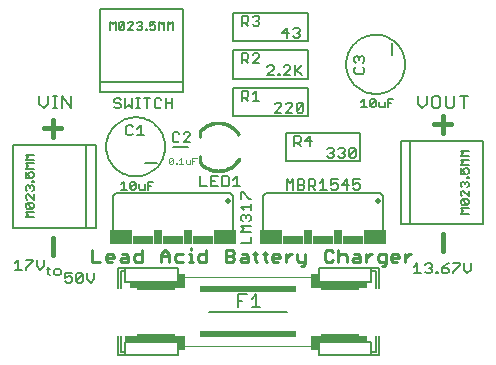
<source format=gto>
G75*
%MOIN*%
%OFA0B0*%
%FSLAX24Y24*%
%IPPOS*%
%LPD*%
%AMOC8*
5,1,8,0,0,1.08239X$1,22.5*
%
%ADD10C,0.0150*%
%ADD11C,0.0100*%
%ADD12C,0.0060*%
%ADD13C,0.0200*%
%ADD14R,0.0750X0.0500*%
%ADD15R,0.0700X0.0300*%
%ADD16R,0.0300X0.0500*%
%ADD17C,0.0080*%
%ADD18C,0.0040*%
%ADD19C,0.0050*%
%ADD20C,0.0010*%
%ADD21C,0.0020*%
%ADD22R,0.0250X0.0450*%
%ADD23R,0.1750X0.0200*%
%ADD24R,0.3200X0.0200*%
%ADD25R,0.1250X0.0050*%
%ADD26R,0.1600X0.0200*%
D10*
X001680Y003834D02*
X001680Y004401D01*
X001664Y007772D02*
X001664Y008339D01*
X001947Y008055D02*
X001380Y008055D01*
X014380Y008180D02*
X014947Y008180D01*
X014664Y008464D02*
X014664Y007897D01*
X014680Y004526D02*
X014680Y003959D01*
D11*
X013616Y003872D02*
X013549Y003872D01*
X013416Y003738D01*
X013416Y003605D02*
X013416Y003872D01*
X013222Y003805D02*
X013222Y003738D01*
X012955Y003738D01*
X012955Y003672D02*
X012955Y003805D01*
X013022Y003872D01*
X013155Y003872D01*
X013222Y003805D01*
X013155Y003605D02*
X013022Y003605D01*
X012955Y003672D01*
X012762Y003605D02*
X012561Y003605D01*
X012495Y003672D01*
X012495Y003805D01*
X012561Y003872D01*
X012762Y003872D01*
X012762Y003538D01*
X012695Y003472D01*
X012628Y003472D01*
X012311Y003872D02*
X012245Y003872D01*
X012111Y003738D01*
X012111Y003605D02*
X012111Y003872D01*
X011918Y003805D02*
X011918Y003605D01*
X011717Y003605D01*
X011651Y003672D01*
X011717Y003738D01*
X011918Y003738D01*
X011918Y003805D02*
X011851Y003872D01*
X011717Y003872D01*
X011457Y003805D02*
X011457Y003605D01*
X011457Y003805D02*
X011391Y003872D01*
X011257Y003872D01*
X011190Y003805D01*
X011190Y004005D02*
X011190Y003605D01*
X010997Y003672D02*
X010930Y003605D01*
X010797Y003605D01*
X010730Y003672D01*
X010730Y003939D01*
X010797Y004005D01*
X010930Y004005D01*
X010997Y003939D01*
X010076Y003872D02*
X010076Y003538D01*
X010009Y003472D01*
X009943Y003472D01*
X009876Y003605D02*
X009809Y003672D01*
X009809Y003872D01*
X009626Y003872D02*
X009559Y003872D01*
X009425Y003738D01*
X009425Y003605D02*
X009425Y003872D01*
X009232Y003805D02*
X009232Y003738D01*
X008965Y003738D01*
X008965Y003672D02*
X008965Y003805D01*
X009032Y003872D01*
X009165Y003872D01*
X009232Y003805D01*
X009165Y003605D02*
X009032Y003605D01*
X008965Y003672D01*
X008792Y003605D02*
X008725Y003672D01*
X008725Y003939D01*
X008658Y003872D02*
X008792Y003872D01*
X008485Y003872D02*
X008351Y003872D01*
X008418Y003939D02*
X008418Y003672D01*
X008485Y003605D01*
X008158Y003605D02*
X007958Y003605D01*
X007891Y003672D01*
X007958Y003738D01*
X008158Y003738D01*
X008158Y003805D02*
X008158Y003605D01*
X008158Y003805D02*
X008091Y003872D01*
X007958Y003872D01*
X007697Y003872D02*
X007631Y003805D01*
X007430Y003805D01*
X007430Y003605D02*
X007631Y003605D01*
X007697Y003672D01*
X007697Y003738D01*
X007631Y003805D01*
X007697Y003872D02*
X007697Y003939D01*
X007631Y004005D01*
X007430Y004005D01*
X007430Y003605D01*
X006777Y003605D02*
X006576Y003605D01*
X006510Y003672D01*
X006510Y003805D01*
X006576Y003872D01*
X006777Y003872D01*
X006777Y004005D02*
X006777Y003605D01*
X006336Y003605D02*
X006203Y003605D01*
X006269Y003605D02*
X006269Y003872D01*
X006203Y003872D01*
X006269Y004005D02*
X006269Y004072D01*
X006009Y003872D02*
X005809Y003872D01*
X005742Y003805D01*
X005742Y003672D01*
X005809Y003605D01*
X006009Y003605D01*
X005549Y003605D02*
X005549Y003872D01*
X005415Y004005D01*
X005282Y003872D01*
X005282Y003605D01*
X005282Y003805D02*
X005549Y003805D01*
X004628Y003872D02*
X004428Y003872D01*
X004361Y003805D01*
X004361Y003672D01*
X004428Y003605D01*
X004628Y003605D01*
X004628Y004005D01*
X004168Y003805D02*
X004168Y003605D01*
X003968Y003605D01*
X003901Y003672D01*
X003968Y003738D01*
X004168Y003738D01*
X004168Y003805D02*
X004101Y003872D01*
X003968Y003872D01*
X003707Y003805D02*
X003707Y003738D01*
X003440Y003738D01*
X003440Y003672D02*
X003440Y003805D01*
X003507Y003872D01*
X003641Y003872D01*
X003707Y003805D01*
X003641Y003605D02*
X003507Y003605D01*
X003440Y003672D01*
X003247Y003605D02*
X002980Y003605D01*
X002980Y004005D01*
X006560Y006920D02*
X006560Y007120D01*
X006560Y007760D02*
X006560Y007940D01*
X009876Y003605D02*
X010076Y003605D01*
D12*
X002142Y002898D02*
X002085Y002954D01*
X002142Y002898D02*
X002255Y002898D01*
X002312Y002954D01*
X002312Y003068D01*
X002255Y003124D01*
X002198Y003124D01*
X002085Y003068D01*
X002085Y003238D01*
X002312Y003238D01*
X002453Y003181D02*
X002510Y003238D01*
X002623Y003238D01*
X002680Y003181D01*
X002453Y002954D01*
X002510Y002898D01*
X002623Y002898D01*
X002680Y002954D01*
X002680Y003181D01*
X002822Y003238D02*
X002822Y003011D01*
X002935Y002898D01*
X003048Y003011D01*
X003048Y003238D01*
X002453Y003181D02*
X002453Y002954D01*
X001932Y003204D02*
X001932Y003318D01*
X001876Y003374D01*
X001762Y003374D01*
X001706Y003318D01*
X001706Y003204D01*
X001762Y003148D01*
X001876Y003148D01*
X001932Y003204D01*
X001573Y003148D02*
X001517Y003204D01*
X001517Y003431D01*
X001573Y003374D02*
X001460Y003374D01*
X001361Y003448D02*
X001361Y003675D01*
X001361Y003448D02*
X001248Y003335D01*
X001134Y003448D01*
X001134Y003675D01*
X000993Y003675D02*
X000993Y003619D01*
X000766Y003392D01*
X000766Y003335D01*
X000624Y003335D02*
X000398Y003335D01*
X000511Y003335D02*
X000511Y003675D01*
X000398Y003562D01*
X000766Y003675D02*
X000993Y003675D01*
X003680Y004630D02*
X003680Y005780D01*
X003780Y005880D01*
X007580Y005880D01*
X007680Y005780D01*
X007680Y004630D01*
X007940Y004578D02*
X008053Y004692D01*
X007940Y004805D01*
X008280Y004805D01*
X008280Y004578D02*
X007940Y004578D01*
X008280Y004437D02*
X008280Y004210D01*
X007940Y004210D01*
X008680Y004630D02*
X008680Y005780D01*
X008780Y005880D01*
X012580Y005880D01*
X012680Y005780D01*
X012680Y004630D01*
X013823Y003550D02*
X013823Y003210D01*
X013710Y003210D02*
X013937Y003210D01*
X014078Y003267D02*
X014135Y003210D01*
X014248Y003210D01*
X014305Y003267D01*
X014305Y003323D01*
X014248Y003380D01*
X014192Y003380D01*
X014248Y003380D02*
X014305Y003437D01*
X014305Y003494D01*
X014248Y003550D01*
X014135Y003550D01*
X014078Y003494D01*
X013823Y003550D02*
X013710Y003437D01*
X014447Y003267D02*
X014447Y003210D01*
X014503Y003210D01*
X014503Y003267D01*
X014447Y003267D01*
X014631Y003267D02*
X014688Y003210D01*
X014801Y003210D01*
X014858Y003267D01*
X014858Y003323D01*
X014801Y003380D01*
X014631Y003380D01*
X014631Y003267D01*
X014631Y003380D02*
X014744Y003494D01*
X014858Y003550D01*
X014999Y003550D02*
X015226Y003550D01*
X015226Y003494D01*
X014999Y003267D01*
X014999Y003210D01*
X015367Y003323D02*
X015481Y003210D01*
X015594Y003323D01*
X015594Y003550D01*
X015367Y003550D02*
X015367Y003323D01*
X012530Y003380D02*
X012530Y002730D01*
X012430Y002730D02*
X012430Y003280D01*
X012280Y003280D01*
X012280Y002930D01*
X010530Y002930D01*
X010530Y003380D01*
X012280Y003380D01*
X012530Y003380D01*
X012280Y003380D02*
X012280Y003280D01*
X012430Y001130D02*
X012430Y000580D01*
X012280Y000580D01*
X012280Y000930D01*
X010530Y000930D01*
X010530Y000480D01*
X012280Y000480D01*
X012530Y000480D01*
X012530Y001130D01*
X012280Y000580D02*
X012280Y000480D01*
X009480Y001930D02*
X006880Y001930D01*
X005830Y000930D02*
X005830Y000480D01*
X004080Y000480D01*
X003830Y000480D01*
X003830Y001130D01*
X003930Y001130D02*
X003930Y000580D01*
X004080Y000580D01*
X004080Y000930D01*
X005830Y000930D01*
X004080Y000580D02*
X004080Y000480D01*
X003930Y002730D02*
X003930Y003280D01*
X004080Y003280D01*
X004080Y002930D01*
X005830Y002930D01*
X005830Y003380D01*
X004080Y003380D01*
X003830Y003380D01*
X003830Y002730D01*
X004080Y003280D02*
X004080Y003380D01*
X006585Y006110D02*
X006812Y006110D01*
X006953Y006110D02*
X007180Y006110D01*
X007322Y006110D02*
X007492Y006110D01*
X007548Y006167D01*
X007548Y006394D01*
X007492Y006450D01*
X007322Y006450D01*
X007322Y006110D01*
X007067Y006280D02*
X006953Y006280D01*
X006953Y006450D02*
X006953Y006110D01*
X006585Y006110D02*
X006585Y006450D01*
X006953Y006450D02*
X007180Y006450D01*
X007690Y006337D02*
X007803Y006450D01*
X007803Y006110D01*
X007690Y006110D02*
X007917Y006110D01*
X007940Y005910D02*
X007996Y005910D01*
X008223Y005683D01*
X008280Y005683D01*
X008280Y005542D02*
X008280Y005315D01*
X008280Y005428D02*
X007940Y005428D01*
X008053Y005315D01*
X008053Y005173D02*
X007996Y005173D01*
X007940Y005117D01*
X007940Y005003D01*
X007996Y004947D01*
X008110Y005060D02*
X008110Y005117D01*
X008167Y005173D01*
X008223Y005173D01*
X008280Y005117D01*
X008280Y005003D01*
X008223Y004947D01*
X008110Y005117D02*
X008053Y005173D01*
X007940Y005683D02*
X007940Y005910D01*
X009460Y006005D02*
X009460Y006345D01*
X009573Y006232D01*
X009687Y006345D01*
X009687Y006005D01*
X009828Y006005D02*
X009998Y006005D01*
X010055Y006062D01*
X010055Y006118D01*
X009998Y006175D01*
X009828Y006175D01*
X009828Y006005D02*
X009828Y006345D01*
X009998Y006345D01*
X010055Y006289D01*
X010055Y006232D01*
X009998Y006175D01*
X010197Y006118D02*
X010367Y006118D01*
X010423Y006175D01*
X010423Y006289D01*
X010367Y006345D01*
X010197Y006345D01*
X010197Y006005D01*
X010310Y006118D02*
X010423Y006005D01*
X010565Y006005D02*
X010792Y006005D01*
X010678Y006005D02*
X010678Y006345D01*
X010565Y006232D01*
X010933Y006175D02*
X011047Y006232D01*
X011103Y006232D01*
X011160Y006175D01*
X011160Y006062D01*
X011103Y006005D01*
X010990Y006005D01*
X010933Y006062D01*
X010933Y006175D02*
X010933Y006345D01*
X011160Y006345D01*
X011302Y006175D02*
X011528Y006175D01*
X011670Y006175D02*
X011783Y006232D01*
X011840Y006232D01*
X011897Y006175D01*
X011897Y006062D01*
X011840Y006005D01*
X011727Y006005D01*
X011670Y006062D01*
X011670Y006175D02*
X011670Y006345D01*
X011897Y006345D01*
X011472Y006345D02*
X011302Y006175D01*
X011472Y006005D02*
X011472Y006345D01*
X011348Y007060D02*
X011235Y007060D01*
X011178Y007117D01*
X011037Y007117D02*
X011037Y007173D01*
X010980Y007230D01*
X010923Y007230D01*
X010980Y007230D02*
X011037Y007287D01*
X011037Y007344D01*
X010980Y007400D01*
X010867Y007400D01*
X010810Y007344D01*
X010810Y007117D02*
X010867Y007060D01*
X010980Y007060D01*
X011037Y007117D01*
X011178Y007344D02*
X011235Y007400D01*
X011348Y007400D01*
X011405Y007344D01*
X011405Y007287D01*
X011348Y007230D01*
X011405Y007173D01*
X011405Y007117D01*
X011348Y007060D01*
X011348Y007230D02*
X011292Y007230D01*
X011547Y007117D02*
X011773Y007344D01*
X011773Y007117D01*
X011717Y007060D01*
X011603Y007060D01*
X011547Y007117D01*
X011547Y007344D01*
X011603Y007400D01*
X011717Y007400D01*
X011773Y007344D01*
X010305Y007630D02*
X010078Y007630D01*
X010248Y007800D01*
X010248Y007460D01*
X009937Y007460D02*
X009823Y007573D01*
X009880Y007573D02*
X009710Y007573D01*
X009710Y007460D02*
X009710Y007800D01*
X009880Y007800D01*
X009937Y007744D01*
X009937Y007630D01*
X009880Y007573D01*
X009853Y008560D02*
X009797Y008617D01*
X010023Y008844D01*
X010023Y008617D01*
X009967Y008560D01*
X009853Y008560D01*
X009797Y008617D02*
X009797Y008844D01*
X009853Y008900D01*
X009967Y008900D01*
X010023Y008844D01*
X009655Y008844D02*
X009598Y008900D01*
X009485Y008900D01*
X009428Y008844D01*
X009287Y008844D02*
X009230Y008900D01*
X009117Y008900D01*
X009060Y008844D01*
X009287Y008844D02*
X009287Y008787D01*
X009060Y008560D01*
X009287Y008560D01*
X009428Y008560D02*
X009655Y008787D01*
X009655Y008844D01*
X009655Y008560D02*
X009428Y008560D01*
X008555Y008960D02*
X008328Y008960D01*
X008442Y008960D02*
X008442Y009300D01*
X008328Y009187D01*
X008187Y009244D02*
X008187Y009130D01*
X008130Y009073D01*
X007960Y009073D01*
X007960Y008960D02*
X007960Y009300D01*
X008130Y009300D01*
X008187Y009244D01*
X008073Y009073D02*
X008187Y008960D01*
X008810Y009810D02*
X009037Y010037D01*
X009037Y010094D01*
X008980Y010150D01*
X008867Y010150D01*
X008810Y010094D01*
X008555Y010210D02*
X008328Y010210D01*
X008555Y010437D01*
X008555Y010494D01*
X008498Y010550D01*
X008385Y010550D01*
X008328Y010494D01*
X008187Y010494D02*
X008187Y010380D01*
X008130Y010323D01*
X007960Y010323D01*
X007960Y010210D02*
X007960Y010550D01*
X008130Y010550D01*
X008187Y010494D01*
X008073Y010323D02*
X008187Y010210D01*
X008810Y009810D02*
X009037Y009810D01*
X009178Y009810D02*
X009235Y009810D01*
X009235Y009867D01*
X009178Y009867D01*
X009178Y009810D01*
X009362Y009810D02*
X009589Y010037D01*
X009589Y010094D01*
X009533Y010150D01*
X009419Y010150D01*
X009362Y010094D01*
X009362Y009810D02*
X009589Y009810D01*
X009731Y009810D02*
X009731Y010150D01*
X009731Y009923D02*
X009958Y010150D01*
X009788Y009980D02*
X009958Y009810D01*
X009848Y011060D02*
X009735Y011060D01*
X009678Y011117D01*
X009792Y011230D02*
X009848Y011230D01*
X009905Y011173D01*
X009905Y011117D01*
X009848Y011060D01*
X009848Y011230D02*
X009905Y011287D01*
X009905Y011344D01*
X009848Y011400D01*
X009735Y011400D01*
X009678Y011344D01*
X009537Y011230D02*
X009310Y011230D01*
X009480Y011400D01*
X009480Y011060D01*
X008555Y011517D02*
X008498Y011460D01*
X008385Y011460D01*
X008328Y011517D01*
X008187Y011460D02*
X008073Y011573D01*
X008130Y011573D02*
X007960Y011573D01*
X007960Y011460D02*
X007960Y011800D01*
X008130Y011800D01*
X008187Y011744D01*
X008187Y011630D01*
X008130Y011573D01*
X008328Y011744D02*
X008385Y011800D01*
X008498Y011800D01*
X008555Y011744D01*
X008555Y011687D01*
X008498Y011630D01*
X008555Y011573D01*
X008555Y011517D01*
X008498Y011630D02*
X008442Y011630D01*
X011710Y010398D02*
X011710Y010285D01*
X011766Y010228D01*
X011766Y010087D02*
X011710Y010030D01*
X011710Y009917D01*
X011766Y009860D01*
X011993Y009860D01*
X012050Y009917D01*
X012050Y010030D01*
X011993Y010087D01*
X011993Y010228D02*
X012050Y010285D01*
X012050Y010398D01*
X011993Y010455D01*
X011937Y010455D01*
X011880Y010398D01*
X011880Y010342D01*
X011880Y010398D02*
X011823Y010455D01*
X011766Y010455D01*
X011710Y010398D01*
X006255Y007869D02*
X006198Y007925D01*
X006085Y007925D01*
X006028Y007869D01*
X005887Y007869D02*
X005830Y007925D01*
X005717Y007925D01*
X005660Y007869D01*
X005660Y007642D01*
X005717Y007585D01*
X005830Y007585D01*
X005887Y007642D01*
X006028Y007585D02*
X006255Y007812D01*
X006255Y007869D01*
X006255Y007585D02*
X006028Y007585D01*
X004705Y007810D02*
X004478Y007810D01*
X004592Y007810D02*
X004592Y008150D01*
X004478Y008037D01*
X004337Y008094D02*
X004280Y008150D01*
X004167Y008150D01*
X004110Y008094D01*
X004110Y007867D01*
X004167Y007810D01*
X004280Y007810D01*
X004337Y007867D01*
X004305Y008710D02*
X004305Y009050D01*
X004447Y009050D02*
X004560Y009050D01*
X004503Y009050D02*
X004503Y008710D01*
X004447Y008710D02*
X004560Y008710D01*
X004305Y008710D02*
X004192Y008823D01*
X004078Y008710D01*
X004078Y009050D01*
X003937Y008994D02*
X003880Y009050D01*
X003767Y009050D01*
X003710Y008994D01*
X003710Y008937D01*
X003767Y008880D01*
X003880Y008880D01*
X003937Y008823D01*
X003937Y008767D01*
X003880Y008710D01*
X003767Y008710D01*
X003710Y008767D01*
X004692Y009050D02*
X004919Y009050D01*
X004806Y009050D02*
X004806Y008710D01*
X005060Y008767D02*
X005117Y008710D01*
X005231Y008710D01*
X005287Y008767D01*
X005429Y008710D02*
X005429Y009050D01*
X005287Y008994D02*
X005231Y009050D01*
X005117Y009050D01*
X005060Y008994D01*
X005060Y008767D01*
X005429Y008880D02*
X005656Y008880D01*
X005656Y009050D02*
X005656Y008710D01*
D13*
X007500Y005640D03*
X012500Y005640D03*
D14*
X012405Y004430D03*
X008955Y004430D03*
X007405Y004430D03*
X003955Y004430D03*
D15*
X004680Y004330D03*
X005680Y004330D03*
X006680Y004330D03*
X009680Y004330D03*
X010680Y004330D03*
X011680Y004330D03*
D16*
X011180Y004430D03*
X010180Y004430D03*
X006180Y004430D03*
X005180Y004430D03*
D17*
X003097Y004741D02*
X002782Y004741D01*
X002782Y007497D01*
X003097Y007497D01*
X003097Y004741D01*
X002782Y004741D02*
X000341Y004741D01*
X000341Y007497D01*
X002782Y007497D01*
X002268Y008720D02*
X002268Y009140D01*
X001987Y009140D02*
X002268Y008720D01*
X001987Y008720D02*
X001987Y009140D01*
X001821Y009140D02*
X001680Y009140D01*
X001750Y009140D02*
X001750Y008720D01*
X001680Y008720D02*
X001821Y008720D01*
X001500Y008860D02*
X001500Y009140D01*
X001500Y008860D02*
X001360Y008720D01*
X001220Y008860D01*
X001220Y009140D01*
X003241Y009263D02*
X003241Y009578D01*
X005997Y009578D01*
X005997Y009263D01*
X003241Y009263D01*
X003241Y009578D02*
X003241Y012019D01*
X005997Y012019D01*
X005997Y009578D01*
X007690Y009708D02*
X010170Y009708D01*
X010170Y010652D01*
X007690Y010652D01*
X007690Y009708D01*
X007690Y009402D02*
X010170Y009402D01*
X010170Y008458D01*
X007690Y008458D01*
X007690Y009402D01*
X007690Y010958D02*
X007690Y011902D01*
X010170Y011902D01*
X010170Y010958D01*
X007690Y010958D01*
X009440Y007902D02*
X011920Y007902D01*
X011920Y006958D01*
X009440Y006958D01*
X009440Y007902D01*
X011446Y010180D02*
X011448Y010242D01*
X011454Y010305D01*
X011464Y010366D01*
X011478Y010427D01*
X011495Y010487D01*
X011516Y010546D01*
X011542Y010603D01*
X011570Y010658D01*
X011602Y010712D01*
X011638Y010763D01*
X011676Y010813D01*
X011718Y010859D01*
X011762Y010903D01*
X011810Y010944D01*
X011859Y010982D01*
X011911Y011016D01*
X011965Y011047D01*
X012021Y011075D01*
X012079Y011099D01*
X012138Y011120D01*
X012198Y011136D01*
X012259Y011149D01*
X012321Y011158D01*
X012383Y011163D01*
X012446Y011164D01*
X012508Y011161D01*
X012570Y011154D01*
X012632Y011143D01*
X012692Y011128D01*
X012752Y011110D01*
X012810Y011088D01*
X012867Y011062D01*
X012922Y011032D01*
X012975Y010999D01*
X013026Y010963D01*
X013074Y010924D01*
X013120Y010881D01*
X013163Y010836D01*
X013203Y010788D01*
X013240Y010738D01*
X013274Y010685D01*
X013305Y010631D01*
X013331Y010575D01*
X013355Y010517D01*
X013374Y010457D01*
X013390Y010397D01*
X013402Y010335D01*
X013410Y010274D01*
X013414Y010211D01*
X013414Y010149D01*
X013410Y010086D01*
X013402Y010025D01*
X013390Y009963D01*
X013374Y009903D01*
X013355Y009843D01*
X013331Y009785D01*
X013305Y009729D01*
X013274Y009675D01*
X013240Y009622D01*
X013203Y009572D01*
X013163Y009524D01*
X013120Y009479D01*
X013074Y009436D01*
X013026Y009397D01*
X012975Y009361D01*
X012922Y009328D01*
X012867Y009298D01*
X012810Y009272D01*
X012752Y009250D01*
X012692Y009232D01*
X012632Y009217D01*
X012570Y009206D01*
X012508Y009199D01*
X012446Y009196D01*
X012383Y009197D01*
X012321Y009202D01*
X012259Y009211D01*
X012198Y009224D01*
X012138Y009240D01*
X012079Y009261D01*
X012021Y009285D01*
X011965Y009313D01*
X011911Y009344D01*
X011859Y009378D01*
X011810Y009416D01*
X011762Y009457D01*
X011718Y009501D01*
X011676Y009547D01*
X011638Y009597D01*
X011602Y009648D01*
X011570Y009702D01*
X011542Y009757D01*
X011516Y009814D01*
X011495Y009873D01*
X011478Y009933D01*
X011464Y009994D01*
X011454Y010055D01*
X011448Y010118D01*
X011446Y010180D01*
X012980Y010480D02*
X012980Y010880D01*
X013845Y009140D02*
X013845Y008860D01*
X013985Y008720D01*
X014125Y008860D01*
X014125Y009140D01*
X014305Y009070D02*
X014305Y008790D01*
X014375Y008720D01*
X014516Y008720D01*
X014586Y008790D01*
X014586Y009070D01*
X014516Y009140D01*
X014375Y009140D01*
X014305Y009070D01*
X014766Y009140D02*
X014766Y008790D01*
X014836Y008720D01*
X014976Y008720D01*
X015046Y008790D01*
X015046Y009140D01*
X015226Y009140D02*
X015506Y009140D01*
X015366Y009140D02*
X015366Y008720D01*
X016019Y007619D02*
X013578Y007619D01*
X013578Y004863D01*
X013263Y004863D01*
X013263Y007619D01*
X013578Y007619D01*
X016019Y007619D02*
X016019Y004863D01*
X013578Y004863D01*
X008586Y002095D02*
X008305Y002095D01*
X008446Y002095D02*
X008446Y002515D01*
X008305Y002375D01*
X008125Y002515D02*
X007845Y002515D01*
X007845Y002095D01*
X007845Y002305D02*
X007985Y002305D01*
X005130Y006880D02*
X004730Y006880D01*
X003446Y007430D02*
X003448Y007492D01*
X003454Y007555D01*
X003464Y007616D01*
X003478Y007677D01*
X003495Y007737D01*
X003516Y007796D01*
X003542Y007853D01*
X003570Y007908D01*
X003602Y007962D01*
X003638Y008013D01*
X003676Y008063D01*
X003718Y008109D01*
X003762Y008153D01*
X003810Y008194D01*
X003859Y008232D01*
X003911Y008266D01*
X003965Y008297D01*
X004021Y008325D01*
X004079Y008349D01*
X004138Y008370D01*
X004198Y008386D01*
X004259Y008399D01*
X004321Y008408D01*
X004383Y008413D01*
X004446Y008414D01*
X004508Y008411D01*
X004570Y008404D01*
X004632Y008393D01*
X004692Y008378D01*
X004752Y008360D01*
X004810Y008338D01*
X004867Y008312D01*
X004922Y008282D01*
X004975Y008249D01*
X005026Y008213D01*
X005074Y008174D01*
X005120Y008131D01*
X005163Y008086D01*
X005203Y008038D01*
X005240Y007988D01*
X005274Y007935D01*
X005305Y007881D01*
X005331Y007825D01*
X005355Y007767D01*
X005374Y007707D01*
X005390Y007647D01*
X005402Y007585D01*
X005410Y007524D01*
X005414Y007461D01*
X005414Y007399D01*
X005410Y007336D01*
X005402Y007275D01*
X005390Y007213D01*
X005374Y007153D01*
X005355Y007093D01*
X005331Y007035D01*
X005305Y006979D01*
X005274Y006925D01*
X005240Y006872D01*
X005203Y006822D01*
X005163Y006774D01*
X005120Y006729D01*
X005074Y006686D01*
X005026Y006647D01*
X004975Y006611D01*
X004922Y006578D01*
X004867Y006548D01*
X004810Y006522D01*
X004752Y006500D01*
X004692Y006482D01*
X004632Y006467D01*
X004570Y006456D01*
X004508Y006449D01*
X004446Y006446D01*
X004383Y006447D01*
X004321Y006452D01*
X004259Y006461D01*
X004198Y006474D01*
X004138Y006490D01*
X004079Y006511D01*
X004021Y006535D01*
X003965Y006563D01*
X003911Y006594D01*
X003859Y006628D01*
X003810Y006666D01*
X003762Y006707D01*
X003718Y006751D01*
X003676Y006797D01*
X003638Y006847D01*
X003602Y006898D01*
X003570Y006952D01*
X003542Y007007D01*
X003516Y007064D01*
X003495Y007123D01*
X003478Y007183D01*
X003464Y007244D01*
X003454Y007305D01*
X003448Y007368D01*
X003446Y007430D01*
X005680Y007430D02*
X006180Y007430D01*
D18*
X006323Y007050D02*
X006457Y007050D01*
X006390Y006950D02*
X006323Y006950D01*
X006236Y006983D02*
X006236Y006850D01*
X006136Y006850D01*
X006102Y006883D01*
X006102Y006983D01*
X006015Y006850D02*
X005881Y006850D01*
X005948Y006850D02*
X005948Y007050D01*
X005881Y006983D01*
X005804Y006883D02*
X005804Y006850D01*
X005771Y006850D01*
X005771Y006883D01*
X005804Y006883D01*
X005683Y006883D02*
X005683Y007017D01*
X005550Y006883D01*
X005583Y006850D01*
X005650Y006850D01*
X005683Y006883D01*
X005550Y006883D02*
X005550Y007017D01*
X005583Y007050D01*
X005650Y007050D01*
X005683Y007017D01*
X006323Y007050D02*
X006323Y006850D01*
D19*
X005019Y006275D02*
X004839Y006275D01*
X004839Y006005D01*
X004724Y006005D02*
X004724Y006185D01*
X004839Y006140D02*
X004929Y006140D01*
X004724Y006005D02*
X004589Y006005D01*
X004544Y006050D01*
X004544Y006185D01*
X004430Y006230D02*
X004250Y006050D01*
X004295Y006005D01*
X004385Y006005D01*
X004430Y006050D01*
X004430Y006230D01*
X004385Y006275D01*
X004295Y006275D01*
X004250Y006230D01*
X004250Y006050D01*
X004135Y006005D02*
X003955Y006005D01*
X004045Y006005D02*
X004045Y006275D01*
X003955Y006185D01*
X001030Y006259D02*
X001030Y006304D01*
X000985Y006304D01*
X000985Y006259D01*
X001030Y006259D01*
X000985Y006144D02*
X000940Y006144D01*
X000895Y006099D01*
X000895Y006054D01*
X000895Y006099D02*
X000850Y006144D01*
X000805Y006144D01*
X000760Y006099D01*
X000760Y006009D01*
X000805Y005964D01*
X000805Y005849D02*
X000760Y005804D01*
X000760Y005714D01*
X000805Y005669D01*
X000805Y005555D02*
X000985Y005375D01*
X001030Y005420D01*
X001030Y005510D01*
X000985Y005555D01*
X000805Y005555D01*
X000760Y005510D01*
X000760Y005420D01*
X000805Y005375D01*
X000985Y005375D01*
X001030Y005260D02*
X000760Y005260D01*
X000850Y005170D01*
X000760Y005080D01*
X001030Y005080D01*
X001030Y005669D02*
X000850Y005849D01*
X000805Y005849D01*
X000985Y005964D02*
X001030Y006009D01*
X001030Y006099D01*
X000985Y006144D01*
X000985Y006406D02*
X001030Y006451D01*
X001030Y006541D01*
X000985Y006586D01*
X000895Y006586D01*
X000850Y006541D01*
X000850Y006496D01*
X000895Y006406D01*
X000760Y006406D01*
X000760Y006586D01*
X000760Y006701D02*
X000850Y006791D01*
X000760Y006881D01*
X001030Y006881D01*
X001030Y006995D02*
X000760Y006995D01*
X000850Y007085D01*
X000760Y007175D01*
X001030Y007175D01*
X001030Y006701D02*
X000760Y006701D01*
X001030Y005849D02*
X001030Y005669D01*
X003580Y011330D02*
X003580Y011600D01*
X003670Y011510D01*
X003760Y011600D01*
X003760Y011330D01*
X003875Y011375D02*
X004055Y011555D01*
X004055Y011375D01*
X004010Y011330D01*
X003920Y011330D01*
X003875Y011375D01*
X003875Y011555D01*
X003920Y011600D01*
X004010Y011600D01*
X004055Y011555D01*
X004169Y011555D02*
X004214Y011600D01*
X004304Y011600D01*
X004349Y011555D01*
X004349Y011510D01*
X004169Y011330D01*
X004349Y011330D01*
X004464Y011375D02*
X004509Y011330D01*
X004599Y011330D01*
X004644Y011375D01*
X004644Y011420D01*
X004599Y011465D01*
X004554Y011465D01*
X004599Y011465D02*
X004644Y011510D01*
X004644Y011555D01*
X004599Y011600D01*
X004509Y011600D01*
X004464Y011555D01*
X004759Y011375D02*
X004759Y011330D01*
X004804Y011330D01*
X004804Y011375D01*
X004759Y011375D01*
X004906Y011375D02*
X004951Y011330D01*
X005041Y011330D01*
X005086Y011375D01*
X005086Y011465D01*
X005041Y011510D01*
X004996Y011510D01*
X004906Y011465D01*
X004906Y011600D01*
X005086Y011600D01*
X005201Y011600D02*
X005291Y011510D01*
X005381Y011600D01*
X005381Y011330D01*
X005495Y011330D02*
X005495Y011600D01*
X005585Y011510D01*
X005675Y011600D01*
X005675Y011330D01*
X005201Y011330D02*
X005201Y011600D01*
X011955Y008935D02*
X012045Y009025D01*
X012045Y008755D01*
X011955Y008755D02*
X012135Y008755D01*
X012250Y008800D02*
X012430Y008980D01*
X012430Y008800D01*
X012385Y008755D01*
X012295Y008755D01*
X012250Y008800D01*
X012250Y008980D01*
X012295Y009025D01*
X012385Y009025D01*
X012430Y008980D01*
X012544Y008935D02*
X012544Y008800D01*
X012589Y008755D01*
X012724Y008755D01*
X012724Y008935D01*
X012839Y008890D02*
X012929Y008890D01*
X012839Y008755D02*
X012839Y009025D01*
X013019Y009025D01*
X015260Y007300D02*
X015530Y007300D01*
X015350Y007210D02*
X015260Y007300D01*
X015350Y007210D02*
X015260Y007120D01*
X015530Y007120D01*
X015530Y007006D02*
X015260Y007006D01*
X015350Y006916D01*
X015260Y006826D01*
X015530Y006826D01*
X015485Y006711D02*
X015530Y006666D01*
X015530Y006576D01*
X015485Y006531D01*
X015395Y006531D02*
X015350Y006621D01*
X015350Y006666D01*
X015395Y006711D01*
X015485Y006711D01*
X015260Y006711D02*
X015260Y006531D01*
X015395Y006531D01*
X015485Y006429D02*
X015530Y006429D01*
X015530Y006384D01*
X015485Y006384D01*
X015485Y006429D01*
X015485Y006269D02*
X015530Y006224D01*
X015530Y006134D01*
X015485Y006089D01*
X015530Y005974D02*
X015530Y005794D01*
X015350Y005974D01*
X015305Y005974D01*
X015260Y005929D01*
X015260Y005839D01*
X015305Y005794D01*
X015305Y005680D02*
X015485Y005500D01*
X015530Y005545D01*
X015530Y005635D01*
X015485Y005680D01*
X015305Y005680D01*
X015260Y005635D01*
X015260Y005545D01*
X015305Y005500D01*
X015485Y005500D01*
X015530Y005385D02*
X015260Y005385D01*
X015350Y005295D01*
X015260Y005205D01*
X015530Y005205D01*
X015305Y006089D02*
X015260Y006134D01*
X015260Y006224D01*
X015305Y006269D01*
X015350Y006269D01*
X015395Y006224D01*
X015440Y006269D01*
X015485Y006269D01*
X015395Y006224D02*
X015395Y006179D01*
D20*
X007911Y007853D02*
X007833Y007808D01*
X007833Y007809D02*
X007805Y007853D01*
X007774Y007895D01*
X007741Y007935D01*
X007705Y007973D01*
X007666Y008008D01*
X007625Y008040D01*
X007581Y008070D01*
X007536Y008096D01*
X007489Y008119D01*
X007441Y008139D01*
X007391Y008155D01*
X007341Y008168D01*
X007289Y008177D01*
X007237Y008183D01*
X007185Y008185D01*
X007184Y008274D01*
X007185Y008275D01*
X007240Y008273D01*
X007294Y008267D01*
X007349Y008258D01*
X007402Y008245D01*
X007454Y008229D01*
X007506Y008210D01*
X007556Y008187D01*
X007604Y008161D01*
X007651Y008132D01*
X007695Y008100D01*
X007738Y008065D01*
X007778Y008027D01*
X007815Y007987D01*
X007850Y007945D01*
X007882Y007900D01*
X007911Y007854D01*
X007903Y007849D01*
X007875Y007895D01*
X007843Y007939D01*
X007808Y007981D01*
X007771Y008021D01*
X007732Y008058D01*
X007690Y008093D01*
X007646Y008124D01*
X007600Y008153D01*
X007552Y008179D01*
X007502Y008201D01*
X007452Y008221D01*
X007400Y008237D01*
X007347Y008249D01*
X007293Y008258D01*
X007239Y008264D01*
X007185Y008266D01*
X007185Y008257D01*
X007239Y008255D01*
X007292Y008249D01*
X007345Y008240D01*
X007397Y008228D01*
X007449Y008212D01*
X007499Y008193D01*
X007548Y008171D01*
X007595Y008145D01*
X007641Y008117D01*
X007684Y008085D01*
X007726Y008051D01*
X007765Y008015D01*
X007802Y007975D01*
X007836Y007934D01*
X007867Y007890D01*
X007896Y007845D01*
X007888Y007840D01*
X007858Y007888D01*
X007824Y007934D01*
X007788Y007977D01*
X007748Y008018D01*
X007706Y008056D01*
X007662Y008091D01*
X007615Y008123D01*
X007566Y008151D01*
X007515Y008176D01*
X007462Y008198D01*
X007409Y008215D01*
X007354Y008229D01*
X007298Y008239D01*
X007242Y008246D01*
X007185Y008248D01*
X007185Y008239D01*
X007241Y008237D01*
X007297Y008231D01*
X007352Y008221D01*
X007406Y008207D01*
X007459Y008189D01*
X007511Y008168D01*
X007562Y008143D01*
X007610Y008115D01*
X007656Y008084D01*
X007701Y008049D01*
X007742Y008012D01*
X007781Y007971D01*
X007817Y007929D01*
X007850Y007883D01*
X007880Y007836D01*
X007872Y007831D01*
X007843Y007878D01*
X007810Y007923D01*
X007774Y007965D01*
X007736Y008005D01*
X007695Y008042D01*
X007651Y008077D01*
X007605Y008108D01*
X007557Y008135D01*
X007508Y008160D01*
X007456Y008181D01*
X007404Y008198D01*
X007350Y008212D01*
X007295Y008222D01*
X007240Y008228D01*
X007185Y008230D01*
X007185Y008221D01*
X007240Y008219D01*
X007294Y008213D01*
X007348Y008203D01*
X007401Y008189D01*
X007453Y008172D01*
X007504Y008152D01*
X007553Y008127D01*
X007600Y008100D01*
X007646Y008069D01*
X007689Y008036D01*
X007730Y007999D01*
X007768Y007959D01*
X007803Y007917D01*
X007835Y007873D01*
X007864Y007827D01*
X007856Y007822D01*
X007828Y007868D01*
X007796Y007912D01*
X007761Y007953D01*
X007723Y007992D01*
X007683Y008029D01*
X007641Y008062D01*
X007596Y008092D01*
X007549Y008120D01*
X007500Y008143D01*
X007450Y008164D01*
X007399Y008181D01*
X007346Y008194D01*
X007293Y008204D01*
X007239Y008210D01*
X007185Y008212D01*
X007185Y008203D01*
X007238Y008201D01*
X007292Y008195D01*
X007344Y008185D01*
X007396Y008172D01*
X007447Y008155D01*
X007497Y008135D01*
X007545Y008112D01*
X007591Y008085D01*
X007635Y008055D01*
X007677Y008022D01*
X007717Y007986D01*
X007754Y007947D01*
X007789Y007906D01*
X007820Y007863D01*
X007849Y007818D01*
X007841Y007813D01*
X007813Y007858D01*
X007782Y007901D01*
X007748Y007941D01*
X007711Y007979D01*
X007672Y008015D01*
X007630Y008047D01*
X007586Y008077D01*
X007540Y008104D01*
X007493Y008127D01*
X007444Y008147D01*
X007394Y008164D01*
X007342Y008177D01*
X007290Y008186D01*
X007238Y008192D01*
X007185Y008194D01*
X007185Y006586D02*
X007185Y006676D01*
X007185Y006675D02*
X007239Y006677D01*
X007292Y006683D01*
X007345Y006693D01*
X007397Y006707D01*
X007448Y006724D01*
X007497Y006745D01*
X007545Y006769D01*
X007591Y006797D01*
X007635Y006828D01*
X007677Y006862D01*
X007716Y006898D01*
X007753Y006938D01*
X007786Y006980D01*
X007817Y007024D01*
X007844Y007070D01*
X007923Y007028D01*
X007895Y006979D01*
X007863Y006933D01*
X007828Y006888D01*
X007791Y006846D01*
X007750Y006806D01*
X007707Y006770D01*
X007662Y006736D01*
X007615Y006705D01*
X007565Y006678D01*
X007514Y006654D01*
X007462Y006633D01*
X007408Y006616D01*
X007353Y006603D01*
X007298Y006593D01*
X007241Y006587D01*
X007185Y006585D01*
X007185Y006594D01*
X007241Y006596D01*
X007296Y006602D01*
X007351Y006612D01*
X007406Y006625D01*
X007459Y006642D01*
X007511Y006662D01*
X007561Y006686D01*
X007610Y006713D01*
X007657Y006743D01*
X007702Y006777D01*
X007744Y006813D01*
X007784Y006852D01*
X007821Y006894D01*
X007856Y006938D01*
X007887Y006984D01*
X007915Y007032D01*
X007907Y007036D01*
X007879Y006989D01*
X007848Y006943D01*
X007814Y006900D01*
X007778Y006858D01*
X007738Y006820D01*
X007696Y006784D01*
X007652Y006751D01*
X007606Y006721D01*
X007557Y006694D01*
X007507Y006671D01*
X007456Y006650D01*
X007403Y006634D01*
X007350Y006621D01*
X007295Y006611D01*
X007240Y006605D01*
X007185Y006603D01*
X007185Y006612D01*
X007240Y006614D01*
X007294Y006620D01*
X007348Y006629D01*
X007401Y006642D01*
X007453Y006659D01*
X007504Y006679D01*
X007553Y006702D01*
X007601Y006729D01*
X007647Y006758D01*
X007691Y006791D01*
X007732Y006826D01*
X007771Y006865D01*
X007808Y006905D01*
X007841Y006948D01*
X007872Y006994D01*
X007899Y007041D01*
X007891Y007045D01*
X007864Y006998D01*
X007834Y006954D01*
X007801Y006911D01*
X007765Y006871D01*
X007726Y006833D01*
X007685Y006798D01*
X007642Y006766D01*
X007596Y006736D01*
X007549Y006710D01*
X007500Y006687D01*
X007450Y006667D01*
X007398Y006651D01*
X007346Y006638D01*
X007293Y006629D01*
X007239Y006623D01*
X007185Y006621D01*
X007185Y006630D01*
X007238Y006632D01*
X007291Y006638D01*
X007344Y006647D01*
X007396Y006660D01*
X007447Y006676D01*
X007497Y006695D01*
X007545Y006718D01*
X007592Y006744D01*
X007636Y006773D01*
X007679Y006805D01*
X007720Y006840D01*
X007758Y006877D01*
X007794Y006917D01*
X007827Y006959D01*
X007857Y007003D01*
X007884Y007049D01*
X007876Y007053D01*
X007849Y007008D01*
X007819Y006964D01*
X007787Y006923D01*
X007752Y006883D01*
X007714Y006846D01*
X007674Y006812D01*
X007631Y006780D01*
X007587Y006752D01*
X007541Y006726D01*
X007493Y006704D01*
X007444Y006684D01*
X007394Y006668D01*
X007342Y006656D01*
X007290Y006647D01*
X007238Y006641D01*
X007185Y006639D01*
X007185Y006648D01*
X007241Y006650D01*
X007296Y006657D01*
X007351Y006667D01*
X007405Y006681D01*
X007457Y006699D01*
X007509Y006720D01*
X007558Y006746D01*
X007606Y006774D01*
X007652Y006806D01*
X007695Y006841D01*
X007735Y006879D01*
X007773Y006920D01*
X007808Y006964D01*
X007839Y007010D01*
X007868Y007058D01*
X007860Y007062D01*
X007832Y007014D01*
X007801Y006969D01*
X007766Y006926D01*
X007729Y006886D01*
X007689Y006848D01*
X007646Y006813D01*
X007601Y006782D01*
X007554Y006753D01*
X007505Y006729D01*
X007454Y006707D01*
X007402Y006690D01*
X007349Y006676D01*
X007295Y006666D01*
X007240Y006659D01*
X007185Y006657D01*
X007185Y006666D01*
X007239Y006668D01*
X007293Y006674D01*
X007347Y006684D01*
X007399Y006698D01*
X007451Y006716D01*
X007501Y006737D01*
X007550Y006761D01*
X007596Y006789D01*
X007641Y006821D01*
X007683Y006855D01*
X007722Y006892D01*
X007759Y006932D01*
X007793Y006974D01*
X007824Y007019D01*
X007852Y007066D01*
X006535Y006886D02*
X006604Y006943D01*
X006603Y006943D02*
X006640Y006903D01*
X006679Y006865D01*
X006721Y006831D01*
X006765Y006799D01*
X006811Y006771D01*
X006860Y006746D01*
X006910Y006725D01*
X006961Y006707D01*
X007014Y006694D01*
X007067Y006684D01*
X007121Y006677D01*
X007175Y006675D01*
X007176Y006586D01*
X007175Y006585D01*
X007119Y006587D01*
X007063Y006593D01*
X007008Y006603D01*
X006953Y006616D01*
X006900Y006633D01*
X006847Y006653D01*
X006796Y006677D01*
X006747Y006704D01*
X006700Y006735D01*
X006655Y006768D01*
X006612Y006804D01*
X006572Y006843D01*
X006534Y006885D01*
X006541Y006891D01*
X006578Y006850D01*
X006618Y006811D01*
X006660Y006775D01*
X006705Y006742D01*
X006752Y006712D01*
X006800Y006685D01*
X006851Y006662D01*
X006903Y006641D01*
X006956Y006625D01*
X007010Y006612D01*
X007064Y006602D01*
X007119Y006596D01*
X007175Y006594D01*
X007175Y006603D01*
X007120Y006605D01*
X007065Y006611D01*
X007011Y006620D01*
X006958Y006633D01*
X006906Y006650D01*
X006854Y006670D01*
X006805Y006693D01*
X006756Y006720D01*
X006710Y006749D01*
X006666Y006782D01*
X006624Y006818D01*
X006585Y006856D01*
X006548Y006897D01*
X006555Y006902D01*
X006591Y006862D01*
X006630Y006824D01*
X006672Y006789D01*
X006715Y006757D01*
X006761Y006727D01*
X006809Y006701D01*
X006858Y006678D01*
X006908Y006658D01*
X006960Y006642D01*
X007013Y006629D01*
X007067Y006620D01*
X007121Y006614D01*
X007175Y006612D01*
X007175Y006621D01*
X007121Y006623D01*
X007068Y006629D01*
X007015Y006638D01*
X006963Y006651D01*
X006911Y006667D01*
X006861Y006686D01*
X006813Y006709D01*
X006766Y006735D01*
X006720Y006764D01*
X006677Y006796D01*
X006636Y006831D01*
X006598Y006868D01*
X006562Y006908D01*
X006569Y006914D01*
X006604Y006875D01*
X006642Y006838D01*
X006683Y006803D01*
X006726Y006772D01*
X006770Y006743D01*
X006817Y006717D01*
X006865Y006695D01*
X006914Y006675D01*
X006965Y006659D01*
X007017Y006647D01*
X007069Y006638D01*
X007122Y006632D01*
X007175Y006630D01*
X007175Y006639D01*
X007123Y006641D01*
X007070Y006647D01*
X007019Y006656D01*
X006968Y006668D01*
X006917Y006684D01*
X006868Y006703D01*
X006821Y006725D01*
X006775Y006751D01*
X006731Y006779D01*
X006689Y006810D01*
X006648Y006844D01*
X006611Y006881D01*
X006576Y006920D01*
X006582Y006926D01*
X006617Y006887D01*
X006655Y006851D01*
X006694Y006817D01*
X006736Y006786D01*
X006780Y006758D01*
X006825Y006733D01*
X006872Y006711D01*
X006920Y006692D01*
X006970Y006677D01*
X007020Y006664D01*
X007072Y006656D01*
X007123Y006650D01*
X007175Y006648D01*
X007175Y006657D01*
X007124Y006659D01*
X007073Y006664D01*
X007022Y006673D01*
X006972Y006685D01*
X006923Y006701D01*
X006876Y006719D01*
X006829Y006741D01*
X006784Y006766D01*
X006741Y006794D01*
X006700Y006824D01*
X006661Y006857D01*
X006624Y006893D01*
X006589Y006931D01*
X006596Y006937D01*
X006633Y006896D01*
X006673Y006858D01*
X006715Y006824D01*
X006760Y006792D01*
X006807Y006763D01*
X006856Y006738D01*
X006907Y006717D01*
X006958Y006699D01*
X007012Y006685D01*
X007066Y006675D01*
X007120Y006668D01*
X007175Y006666D01*
X007176Y008274D02*
X007176Y008184D01*
X007175Y008185D02*
X007121Y008183D01*
X007068Y008177D01*
X007015Y008167D01*
X006963Y008153D01*
X006912Y008136D01*
X006862Y008115D01*
X006814Y008091D01*
X006768Y008063D01*
X006724Y008032D01*
X006683Y007998D01*
X006643Y007961D01*
X006607Y007922D01*
X006539Y007979D01*
X006538Y007980D01*
X006576Y008021D01*
X006616Y008059D01*
X006659Y008095D01*
X006704Y008128D01*
X006751Y008158D01*
X006799Y008184D01*
X006850Y008208D01*
X006902Y008228D01*
X006955Y008244D01*
X007009Y008258D01*
X007064Y008267D01*
X007119Y008273D01*
X007175Y008275D01*
X007175Y008266D01*
X007120Y008264D01*
X007065Y008258D01*
X007011Y008249D01*
X006957Y008236D01*
X006905Y008219D01*
X006853Y008200D01*
X006803Y008176D01*
X006755Y008150D01*
X006709Y008120D01*
X006664Y008088D01*
X006622Y008053D01*
X006582Y008014D01*
X006545Y007974D01*
X006552Y007968D01*
X006589Y008008D01*
X006628Y008046D01*
X006670Y008081D01*
X006714Y008113D01*
X006760Y008142D01*
X006808Y008168D01*
X006857Y008191D01*
X006908Y008211D01*
X006960Y008227D01*
X007013Y008240D01*
X007066Y008249D01*
X007121Y008255D01*
X007175Y008257D01*
X007175Y008248D01*
X007121Y008246D01*
X007068Y008240D01*
X007015Y008231D01*
X006962Y008218D01*
X006911Y008202D01*
X006860Y008183D01*
X006812Y008160D01*
X006764Y008135D01*
X006719Y008106D01*
X006675Y008074D01*
X006634Y008039D01*
X006595Y008002D01*
X006559Y007962D01*
X006566Y007956D01*
X006602Y007996D01*
X006640Y008033D01*
X006681Y008067D01*
X006724Y008098D01*
X006769Y008127D01*
X006816Y008152D01*
X006864Y008175D01*
X006914Y008194D01*
X006965Y008210D01*
X007016Y008222D01*
X007069Y008231D01*
X007122Y008237D01*
X007175Y008239D01*
X007175Y008230D01*
X007122Y008228D01*
X007070Y008222D01*
X007018Y008213D01*
X006967Y008201D01*
X006917Y008185D01*
X006867Y008166D01*
X006820Y008144D01*
X006773Y008119D01*
X006729Y008091D01*
X006687Y008060D01*
X006646Y008026D01*
X006608Y007989D01*
X006573Y007951D01*
X006579Y007945D01*
X006615Y007983D01*
X006652Y008019D01*
X006692Y008053D01*
X006734Y008083D01*
X006778Y008111D01*
X006824Y008136D01*
X006871Y008158D01*
X006920Y008177D01*
X006969Y008192D01*
X007020Y008205D01*
X007071Y008213D01*
X007123Y008219D01*
X007175Y008221D01*
X007175Y008212D01*
X007119Y008210D01*
X007064Y008203D01*
X007009Y008193D01*
X006955Y008179D01*
X006902Y008161D01*
X006851Y008139D01*
X006801Y008114D01*
X006753Y008085D01*
X006708Y008053D01*
X006665Y008018D01*
X006624Y007980D01*
X006586Y007939D01*
X006593Y007933D01*
X006630Y007974D01*
X006671Y008011D01*
X006713Y008046D01*
X006758Y008078D01*
X006806Y008106D01*
X006855Y008131D01*
X006906Y008153D01*
X006958Y008170D01*
X007011Y008184D01*
X007065Y008194D01*
X007120Y008201D01*
X007175Y008203D01*
X007175Y008194D01*
X007121Y008192D01*
X007067Y008186D01*
X007013Y008176D01*
X006960Y008162D01*
X006909Y008144D01*
X006859Y008123D01*
X006810Y008098D01*
X006763Y008070D01*
X006719Y008039D01*
X006677Y008005D01*
X006637Y007967D01*
X006600Y007927D01*
D21*
X006080Y003080D02*
X010280Y003080D01*
X010280Y000780D02*
X006080Y000780D01*
D22*
X005955Y000905D03*
X005955Y002955D03*
X010405Y002955D03*
X010405Y000905D03*
D23*
X004955Y001030D03*
D24*
X008180Y001180D03*
X008180Y002680D03*
D25*
X011255Y002705D03*
X011255Y001155D03*
X005105Y001155D03*
X005105Y002705D03*
D26*
X005030Y002830D03*
X011330Y002830D03*
X011330Y001030D03*
M02*

</source>
